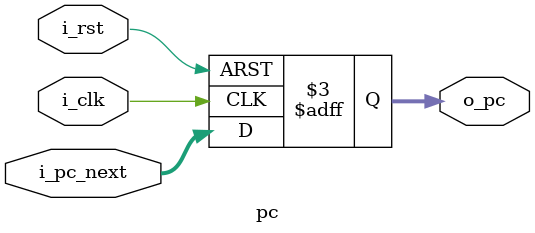
<source format=sv>
module pc (
    input i_clk,
    input i_rst,

    input [31:0] i_pc_next,
    output logic [31:0] o_pc
);

    always_ff @(posedge i_clk or negedge i_rst) begin
        if(!i_rst) begin
            o_pc <= 0;
        end
        else begin
            o_pc <= i_pc_next;
        end
    end
endmodule


</source>
